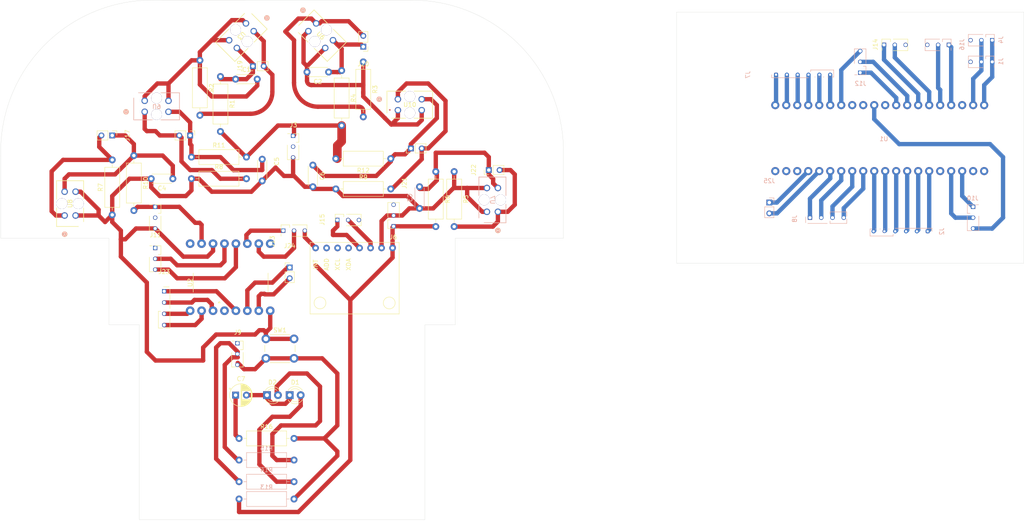
<source format=kicad_pcb>
(kicad_pcb (version 20240108) (generator "pcbnew") (generator_version "8.0")
  (layers (0 "F.Cu" signal) (31 "B.Cu" signal) (34 "B.Paste" user) (35 "F.Paste" user) (36 "B.SilkS" user "B.Silkscreen") (37 "F.SilkS" user "F.Silkscreen") (38 "B.Mask" user) (39 "F.Mask" user) (44 "Edge.Cuts" user))
  (net 0 "")
  (net 1 "GND")
  (net 2 "IR_1_TSTR")
  (net 3 "IR_2_TSTR")
  (net 4 "IR_3_TSTR")
  (net 5 "IR_5_TSTR")
  (net 6 "IR_6_TSTR")
  (net 7 "Net-(C7-Pad1)")
  (net 8 "Net-(D1-A)")
  (net 9 "Net-(D2-A)")
  (net 10 "+3V3")
  (net 11 "IR_1_LED")
  (net 12 "IR_2_LED")
  (net 13 "IR_3_LED")
  (net 14 "IR_4_LED")
  (net 15 "IR_5_LED")
  (net 16 "IR_6_LED")
  (net 17 "CTRL_PBTN")
  (net 18 "IND_LED_1")
  (net 19 "IND_LED_2")
  (net 21 "DRV_8833_MOTOR_1_IN_1")
  (net 22 "DRV_8833_MOTOR_2_IN_1")
  (net 24 "MOTOR_2_EN_C2")
  (net 26 "MPU_6050_TOF_SDA")
  (net 28 "DRV_8833_MOTOR_2_IN_2")
  (net 29 "MOTOR_1_EN_C2")
  (net 30 "DRV_8833_MOTOR_1_IN_2")
  (net 33 "MPU_6050_TOF_SCL")
  (net 35 "MOTOR_2_EN_C1")
  (net 36 "MOTOR_1_EN_C1")
  (net 38 "IR_4_TSTR")
  (net 39 "MPU_6050_INT")
  (net 40 "DRV_8833_MOTOR_1_OUT_1")
  (net 41 "DRV_8833_MOTOR_2_OUT_2")
  (net 42 "DRV_8833_MOTOR_1_OUT_2")
  (net 43 "DRV_8833_MOTOR_2_OUT_1")
  (net 54 "PWM A")
  (net 55 "PWM B")
  (footprint "Package_SO:TSSOP-16_4.4x5mm_P0.65mm" (layer "F.Cu") (at 84 118 90)
    (property "Reference" "U2")
    (property "Value" "DRV8833PW")
  )
  (footprint "Connector_PinSocket_1.27mm:PinSocket_1x03_P1.27mm_Vertical" (layer "F.Cu") (at 67 112)
    (property "Reference" "J11")
    (property "Value" "Conn_01x03_Pin")
  )
  (footprint "Capacitor_THT:C_Disc_D4.3mm_W1.9mm_P5.00mm" (layer "F.Cu") (at 103.35 90.860962 -90)
    (property "Reference" "C6")
    (property "Value" "0.1u")
  )
  (footprint "Capacitor_THT:C_Disc_D4.3mm_W1.9mm_P5.00mm" (layer "F.Cu") (at 71 94 180)
    (property "Reference" "C4")
    (property "Value" "0.1u")
  )
  (footprint "Resistor_THT:R_Axial_DIN0309_L9.0mm_D3.2mm_P12.70mm_Horizontal" (layer "F.Cu") (at 77.25 66.65 -90)
    (property "Reference" "R2")
    (property "Value" "180")
  )
  (footprint "Resistor_THT:R_Axial_DIN0309_L9.0mm_D3.2mm_P12.70mm_Horizontal" (layer "F.Cu") (at 121.35 89.360962 180)
    (property "Reference" "R12")
    (property "Value" "1k")
  )
  (footprint "Resistor_THT:R_Axial_DIN0309_L9.0mm_D3.2mm_P12.70mm_Horizontal" (layer "F.Cu") (at 115 67.010963 -90)
    (property "Reference" "R3")
    (property "Value" "180")
  )
  (footprint "Resistor_THT:R_Axial_DIN0309_L9.0mm_D3.2mm_P12.70mm_Horizontal" (layer "F.Cu") (at 86.3 154)
    (property "Reference" "R16")
    (property "Value" "1k")
  )
  (footprint "Connector_PinSocket_1.27mm:PinSocket_1x03_P1.27mm_Vertical" (layer "F.Cu") (at 237.802382 63 90)
    (property "Reference" "J14")
    (property "Value" "Conn_01x03_Socket")
  )
  (footprint "Resistor_THT:R_Axial_DIN0309_L9.0mm_D3.2mm_P12.70mm_Horizontal" (layer "F.Cu") (at 75.3 94)
    (property "Reference" "R8")
    (property "Value" "180")
  )
  (footprint "usini_sensors:module_mpu6050" (layer "F.Cu") (at 103.983 110 -90)
    (property "Reference" "U5" (hide yes))
    (property "Value" "module_mpu6050")
  )
  (footprint "Resistor_THT:R_Axial_DIN0309_L9.0mm_D3.2mm_P12.70mm_Horizontal" (layer "F.Cu") (at 75.3 89)
    (property "Reference" "R11")
    (property "Value" "1k")
  )
  (footprint "Resistor_THT:R_Axial_DIN0309_L9.0mm_D3.2mm_P12.70mm_Horizontal" (layer "F.Cu") (at 110 69.010963 -90)
    (property "Reference" "R4")
    (property "Value" "1k")
  )
  (footprint "Capacitor_THT:CP_Radial_D5.0mm_P2.50mm" (layer "F.Cu") (at 85.5 144)
    (property "Reference" "C7")
    (property "Value" "1u")
  )
  (footprint "Connector_PinSocket_1.27mm:PinSocket_1x03_P1.27mm_Vertical" (layer "F.Cu") (at 111 103.46 90)
    (property "Reference" "J15")
    (property "Value" "Conn_01x03_Pin")
  )
  (footprint "Capacitor_THT:C_Disc_D4.3mm_W1.9mm_P5.00mm" (layer "F.Cu") (at 107 69.360962 180)
    (property "Reference" "C2")
    (property "Value" "0.1u")
  )
  (footprint "Capacitor_THT:C_Disc_D4.3mm_W1.9mm_P5.00mm" (layer "F.Cu") (at 85.5 71)
    (property "Reference" "C1")
    (property "Value" "0.1u")
  )
  (footprint "LED_THT:LED_D3.0mm_FlatTop" (layer "F.Cu") (at 92.75 144)
    (property "Reference" "D2")
    (property "Value" "LED")
  )
  (footprint "Connector_PinHeader_2.00mm:PinHeader_1x02_P2.00mm_Vertical" (layer "F.Cu") (at 90 68 90)
    (property "Reference" "J19")
    (property "Value" "Conn_01x02_Pin")
  )
  (footprint "Connector_PinHeader_2.00mm:PinHeader_1x02_P2.00mm_Vertical" (layer "F.Cu") (at 98 117)
    (property "Reference" "J24")
    (property "Value" "Conn_01x02_Pin")
  )
  (footprint "Connector_PinSocket_1.27mm:PinSocket_1x04_P1.27mm_Vertical" (layer "F.Cu") (at 69 124)
    (property "Reference" "J23")
    (property "Value" "Conn_01x04_Pin")
  )
  (footprint "Connector_PinHeader_2.00mm:PinHeader_1x02_P2.00mm_Vertical" (layer "F.Cu") (at 145 92 90)
    (property "Reference" "J22")
    (property "Value" "Conn_01x02_Pin")
  )
  (footprint "Resistor_THT:R_Axial_DIN0309_L9.0mm_D3.2mm_P12.70mm_Horizontal" (layer "F.Cu") (at 136 92.360962 -90)
    (property "Reference" "R5")
    (property "Value" "180")
  )
  (footprint "footprints:TCRT5000_VIS" (layer "F.Cu") (at 89.685138 59.906965 -135)
    (property "Reference" "U3")
    (property "Value" "TCRT5000")
  )
  (footprint "Resistor_THT:R_Axial_DIN0309_L9.0mm_D3.2mm_P12.70mm_Horizontal" (layer "F.Cu") (at 57 102.35 90)
    (property "Reference" "R7")
    (property "Value" "180")
  )
  (footprint "Connector_PinSocket_1.27mm:PinSocket_1x03_P1.27mm_Vertical" (layer "F.Cu") (at 98.860865 86.090962)
    (property "Reference" "J3")
    (property "Value" "Conn_01x03_Pin")
  )
  (footprint "footprints:TCRT5000_VIS" (layer "F.Cu") (at 104.110913 58.110913 -45)
    (property "Reference" "U6")
    (property "Value" "TCRT5000")
  )
  (footprint "Resistor_THT:R_Axial_DIN0309_L9.0mm_D3.2mm_P12.70mm_Horizontal" (layer "F.Cu") (at 62 88.650001 -90)
    (property "Reference" "R10")
    (property "Value" "1k")
  )
  (footprint "Connector_PinHeader_2.00mm:PinHeader_1x02_P2.00mm_Vertical" (layer "F.Cu") (at 115 63 180)
    (property "Reference" "J20")
    (property "Value" "Conn_01x02_Pin")
  )
  (footprint "Connector_PinSocket_1.27mm:PinSocket_1x03_P1.27mm_Vertical" (layer "F.Cu") (at 98 106 90)
    (property "Reference" "J13")
    (property "Value" "Conn_01x03_Pin")
  )
  (footprint "Connector_PinSocket_1.27mm:PinSocket_1x03_P1.27mm_Vertical" (layer "F.Cu") (at 121.922469 102.5 180)
    (property "Reference" "J6")
    (property "Value" "Conn_01x03_Pin")
  )
  (footprint "Connector_PinSocket_1.27mm:PinSocket_1x03_P1.27mm_Vertical" (layer "F.Cu") (at 86 134)
    (property "Reference" "J9")
    (property "Value" "Conn_01x03_Pin")
  )
  (footprint "Connector_PinSocket_1.27mm:PinSocket_1x03_P1.27mm_Vertical" (layer "F.Cu") (at 67 103)
    (property "Reference" "J5" (hide yes))
    (property "Value" "Conn_01x03_Pin")
  )
  (footprint "Capacitor_THT:C_Disc_D4.3mm_W1.9mm_P5.00mm" (layer "F.Cu") (at 91.65 89.5 -90)
    (property "Reference" "C5")
    (property "Value" "0.1u")
  )
  (footprint "LED_THT:LED_D3.0mm_FlatTop" (layer "F.Cu") (at 98 144)
    (property "Reference" "D1")
    (property "Value" "LED")
  )
  (footprint "Button_Switch_THT:SW_PUSH_6mm" (layer "F.Cu") (at 92.5 131)
    (property "Reference" "SW1")
    (property "Value" "SW_Push")
  )
  (footprint "Connector_PinHeader_2.00mm:PinHeader_1x02_P2.00mm_Vertical" (layer "F.Cu") (at 75 84 -90)
    (property "Reference" "J18" (hide yes))
    (property "Value" "Conn_01x02_Pin")
  )
  (footprint "footprints:TCRT5000_VIS" (layer "F.Cu") (at 123 75.629999)
    (property "Reference" "U10")
    (property "Value" "TCRT5000")
  )
  (footprint "Resistor_THT:R_Axial_DIN0309_L9.0mm_D3.2mm_P12.70mm_Horizontal" (layer "F.Cu") (at 108.65 96.360962)
    (property "Reference" "R9")
    (property "Value" "180")
  )
  (footprint "Connector_PinHeader_2.00mm:PinHeader_1x02_P2.00mm_Vertical" (layer "F.Cu") (at 126.999999 87 90)
    (property "Reference" "J21")
    (property "Value" "Conn_01x02_Pin")
  )
  (footprint "footprints:TCRT5000_VIS" (layer "F.Cu") (at 46 102.499999 90)
    (property "Reference" "U8")
    (property "Value" "TCRT5000")
  )
  (footprint "Connector_PinHeader_2.00mm:PinHeader_1x02_P2.00mm_Vertical" (layer "F.Cu") (at 57 84 -90)
    (property "Reference" "J17")
    (property "Value" "Conn_01x02_Pin")
  )
  (footprint "Resistor_THT:R_Axial_DIN0309_L9.0mm_D3.2mm_P12.70mm_Horizontal" (layer "F.Cu") (at 131.75 92.360961 -90)
    (property "Reference" "R6")
    (property "Value" "1k")
  )
  (footprint "Resistor_THT:R_Axial_DIN0309_L9.0mm_D3.2mm_P12.70mm_Horizontal" (layer "F.Cu") (at 82 70.4 -90)
    (property "Reference" "R1")
    (property "Value" "1k")
  )
  (footprint "Connector_PinSocket_1.27mm:PinSocket_1x03_P1.27mm_Vertical" (layer "B.Cu") (at 255.802382 103 180)
    (property "Reference" "J10")
    (property "Value" "Conn_01x03_Socket")
  )
  (footprint "kicad_blackpill-main:BlackPill_STLINK" (layer "B.Cu") (at 235.282382 84.747 -90)
    (property "Reference" "U1")
    (property "Value" "BlackPill_STLINK")
  )
  (footprint "Connector_PinHeader_2.00mm:PinHeader_1x02_P2.00mm_Vertical" (layer "B.Cu") (at 208.802382 101 180)
    (property "Reference" "J25")
    (property "Value" "Conn_01x02_Pin")
  )
  (footprint "Connector_PinSocket_1.27mm:PinSocket_1x04_P1.27mm_Vertical" (layer "B.Cu") (at 222.649049 103.25 -90)
    (property "Reference" "J8")
    (property "Value" "Conn_01x04_Pin")
  )
  (footprint "footprints:TCRT5000_VIS" (layer "B.Cu") (at 146.1024 101.6451 90)
    (property "Reference" "U7")
    (property "Value" "TCRT5000")
  )
  (footprint "Connector_PinSocket_1.00mm:PinSocket_1x06_P1.00mm_Vertical" (layer "B.Cu") (at 217.863113 69.97619 -90)
    (property "Reference" "J7")
    (property "Value" "Conn_01x06_Pin")
  )
  (footprint "Resistor_THT:R_Axial_DIN0309_L9.0mm_D3.2mm_P12.70mm_Horizontal" (layer "B.Cu") (at 99 164 180)
    (property "Reference" "R14")
    (property "Value" "1k")
  )
  (footprint "Connector_PinSocket_1.00mm:PinSocket_1x06_P1.00mm_Vertical" (layer "B.Cu") (at 237.648003 106.178434 90)
    (property "Reference" "J2")
    (property "Value" "Conn_01x06_Pin")
  )
  (footprint "Connector_PinSocket_1.27mm:PinSocket_1x03_P1.27mm_Vertical" (layer "B.Cu") (at 258.302382 61.922469 90)
    (property "Reference" "J4")
    (property "Value" "Conn_01x03_Socket")
  )
  (footprint "Capacitor_THT:C_Disc_D4.3mm_W1.9mm_P5.00mm" (layer "B.Cu") (at 128 95.860962 -90)
    (property "Reference" "C3")
    (property "Value" "0.1u")
  )
  (footprint "Resistor_THT:R_Axial_DIN0309_L9.0mm_D3.2mm_P12.70mm_Horizontal" (layer "B.Cu") (at 99 159 180)
    (property "Reference" "R15")
    (property "Value" "1k")
  )
  (footprint "Connector_PinSocket_1.27mm:PinSocket_1x03_P1.27mm_Vertical" (layer "B.Cu") (at 229.879913 67)
    (property "Reference" "J12")
    (property "Value" "Conn_01x03_Socket")
  )
  (footprint "footprints:TCRT5000_VIS" (layer "B.Cu") (at 64.500001 78.54)
    (property "Reference" "U9")
    (property "Value" "TCRT5000")
  )
  (footprint "Resistor_THT:R_Axial_DIN0309_L9.0mm_D3.2mm_P12.70mm_Horizontal" (layer "B.Cu") (at 99 168 180)
    (property "Reference" "R13")
    (property "Value" "10k")
  )
  (footprint "Connector_PinSocket_1.27mm:PinSocket_1x03_P1.27mm_Vertical" (layer "B.Cu") (at 247.802382 63 90)
    (property "Reference" "J16")
    (property "Value" "Conn_01x03_Socket")
  )
  (footprint "Connector_PinSocket_1.27mm:PinSocket_1x03_P1.27mm_Vertical" (layer "B.Cu") (at 258.302382 66.922469 90)
    (property "Reference" "J1")
    (property "Value" "Conn_01x03_Pin")
  )
  (gr_line (start 56.25 107.75) (end 31.25 107.75) (stroke (width 0.05)) (layer "Edge.Cuts"))
  (gr_line (start 63.25 172.75) (end 63.25 127.75) (stroke (width 0.05)) (layer "Edge.Cuts"))
  (gr_line (start 161.25 107.75) (end 161.25 87.25) (stroke (width 0.05)) (layer "Edge.Cuts"))
  (gr_line (start 63.25 127.75) (end 56.25 127.75) (stroke (width 0.05)) (layer "Edge.Cuts"))
  (gr_line (start 129.25 172.75) (end 129.25 127.75) (stroke (width 0.05)) (layer "Edge.Cuts"))
  (gr_line (start 136.25 127.75) (end 136.25 107.75) (stroke (width 0.05)) (layer "Edge.Cuts"))
  (gr_line (start 56.25 127.75) (end 56.25 107.75) (stroke (width 0.05)) (layer "Edge.Cuts"))
  (gr_line (start 31.25 107.75) (end 31.25 88.75) (stroke (width 0.05)) (layer "Edge.Cuts"))
  (gr_rect (start 187.375 55.5) (end 267.625 113.5) (stroke (width 0.05)) (fill none) (layer "Edge.Cuts"))
  (gr_line (start 126.25 52.746429) (end 66.25 52.735718) (stroke (width 0.05)) (layer "Edge.Cuts"))
  (gr_line (start 136.25 107.75) (end 161.25 107.75) (stroke (width 0.05)) (layer "Edge.Cuts"))
  (gr_arc (start 126.25 52.746429) (mid 150.82385 62.822588) (end 161.25 87.25) (stroke (width 0.05)) (layer "Edge.Cuts"))
  (gr_arc (start 31.250001 88.75) (mid 41.140099 63.347278) (end 66.25 52.735718) (stroke (width 0.05)) (layer "Edge.Cuts"))
  (gr_line (start 129.25 127.75) (end 136.25 127.75) (stroke (width 0.05)) (layer "Edge.Cuts"))
  (gr_line (start 129.25 172.75) (end 63.25 172.75) (stroke (width 0.05)) (layer "Edge.Cuts"))
  (segment (start 65 118) (end 59 112) (width 1) (layer "F.Cu") (net 1))
  (segment (start 92 129) (end 91 129) (width 1) (layer "F.Cu") (net 1))
  (segment (start 55.35 104) (end 57 102.35) (width 1) (layer "F.Cu") (net 1))
  (segment (start 66 96) (end 66 94) (width 1) (layer "F.Cu") (net 1))
  (segment (start 99 93.360962) (end 98.783334 93.144296) (width 1) (layer "F.Cu") (net 1))
  (segment (start 139 96.145101) (end 143.5624 96.145101) (width 1) (layer "F.Cu") (net 1))
  (segment (start 75.3 96.7) (end 74 98) (width 1) (layer "F.Cu") (net 1))
  (segment (start 119.223 110) (end 119.223 103.777) (width 1) (layer "F.Cu") (net 1))
  (segment (start 62.5 105.5) (end 66.922469 105.5) (width 1) (layer "F.Cu") (net 1))
  (segment (start 67 136) (end 65 134) (width 1) (layer "F.Cu") (net 1))
  (segment (start 115 72.360962) (end 115 74) (width 1) (layer "F.Cu") (net 1))
  (segment (start 125.139038 98) (end 128 100.860962) (width 1) (layer "F.Cu") (net 1))
  (segment (start 115 74) (end 115 75.01112) (width 1) (layer "F.Cu") (net 1))
  (segment (start 93.499999 124.5) (end 93.499999 128.500001) (width 1) (layer "F.Cu") (net 1))
  (segment (start 120.5 102.5) (end 122 102.5) (width 1) (layer "F.Cu") (net 1))
  (segment (start 67.440331 72) (end 64.500001 74.94033) (width 1) (layer "F.Cu") (net 1))
  (segment (start 74 98) (end 68 98) (width 1) (layer "F.Cu") (net 1))
  (segment (start 80 97) (end 89.15 97) (width 1) (layer "F.Cu") (net 1))
  (segment (start 102 69.360962) (end 102 71.360962) (width 1) (layer "F.Cu") (net 1))
  (segment (start 99 93.360962) (end 96.67576 93.360962) (width 1) (layer "F.Cu") (net 1))
  (segment (start 66.922469 105.5) (end 73.422469 112) (width 1) (layer "F.Cu") (net 1))
  (segment (start 61 94) (end 66 94) (width 1) (layer "F.Cu") (net 1))
  (segment (start 122.404701 80.595299) (end 123 80) (width 1) (layer "F.Cu") (net 1))
  (segment (start 91 129) (end 90 130) (width 1) (layer "F.Cu") (net 1))
  (segment (start 128 100.860962) (end 131.139038 100.860962) (width 1) (layer "F.Cu") (net 1))
  (segment (start 70 72) (end 67.440331 72) (width 1) (layer "F.Cu") (net 1))
  (segment (start 103.35 95.860962) (end 103.35 96.360962) (width 0.2) (layer "F.Cu") (net 1))
  (segment (start 81 130) (end 78 133) (width 1) (layer "F.Cu") (net 1))
  (segment (start 90.75 71) (end 90.5 71) (width 1) (layer "F.Cu") (net 1))
  (segment (start 98 145) (end 98 144) (width 1) (layer "F.Cu") (net 1))
  (segment (start 55.35 104) (end 53.849999 102.499999) (width 1) (layer "F.Cu") (net 1))
  (segment (start 92.5 131) (end 99 131) (width 1) (layer "F.Cu") (net 1))
  (segment (start 92.5 129.5) (end 92 129) (width 1) (layer "F.Cu") (net 1))
  (segment (start 136.145101 96.145101) (end 139 96.145101) (width 1) (layer "F.Cu") (net 1))
  (segment (start 96.67576 93.360962) (end 94.732399 91.417601) (width 1) (layer "F.Cu") (net 1))
  (segment (start 125.639038 100.860962) (end 128 100.860962) (width 1) (layer "F.Cu") (net 1))
  (segment (start 58.73 105.73) (end 57 104) (width 1) (layer "F.Cu") (net 1))
  (segment (start 136 96) (end 136 92.360962) (width 1) (layer "F.Cu") (net 1))
  (segment (start 121.531238 81.468762) (end 127.497056 81.468762) (width 1) (layer "F.Cu") (net 1))
  (segment (start 77.25 66.65) (end 75.35 66.65) (width 1) (layer "F.Cu") (net 1))
  (segment (start 101.200001 67.2) (end 101.200001 61.021825) (width 1) (layer "F.Cu") (net 1))
  (segment (start 136 96) (end 136.145101 96.145101) (width 1) (layer "F.Cu") (net 1))
  (segment (start 88 75) (end 80 75) (width 1) (layer "F.Cu") (net 1))
  (segment (start 59 112) (end 59 108) (width 1) (layer "F.Cu") (net 1))
  (segment (start 128.499999 80.465819) (end 128.499999 78.169999) (width 1) (layer "F.Cu") (net 1))
  (segment (start 131.139038 100.860962) (end 136 96) (width 1) (layer "F.Cu") (net 1))
  (segment (start 91.65 94.5) (end 94.732399 91.417601) (width 1) (layer "F.Cu") (net 1))
  (segment (start 84.638386 57.361614) (end 87.139787 57.361614) (width 1) (layer "F.Cu") (net 1))
  (segment (start 77.25 66.65) (end 77.25 64.75) (width 1) (layer "F.Cu") (net 1))
  (segment (start 90 130) (end 81 130) (width 1) (layer "F.Cu") (net 1))
  (segment (start 102 67.999999) (end 101.200001 67.2) (width 1) (layer "F.Cu") (net 1))
  (segment (start 98.783334 93.144296) (end 98.783334 89.090962) (width 1) (layer "F.Cu") (net 1))
  (segment (start 139 98.14237) (end 142.50273 101.6451) (width 1) (layer "F.Cu") (net 1))
  (segment (start 53.849999 102.499999) (end 53.849999 101.150001) (width 1) (layer "F.Cu") (net 1))
  (segment (start 115 74) (end 115 74.360962) (width 1) (layer "F.Cu") (net 1))
  (segment (start 90.5 71) (end 90.5 72.5) (width 1) (layer "F.Cu") (net 1))
  (segment (start 78 136) (end 67 136) (width 1) (layer "F.Cu") (net 1))
  (segment (start 75.35 66.65) (end 70 72) (width 1) (layer "F.Cu") (net 1))
  (segment (start 102 67.999999) (end 106.203948 63.796051) (width 1) (layer "F.Cu") (net 1))
  (segment (start 73.422469 112) (end 79 112) (width 1) (layer "F.Cu") (net 1))
  (segment (start 139 96.145101) (end 139 98.14237) (width 1) (layer "F.Cu") (net 1))
  (segment (start 103 72.360962) (end 115 72.360962) (width 1) (layer "F.Cu") (net 1))
  (segment (start 59 108) (end 59 106) (width 1) (layer "F.Cu") (net 1))
  (segment (start 68 98) (end 66 96) (width 1) (layer "F.Cu") (net 1))
  (segment (start 77.25 72.25) (end 77.25 66.65) (width 1) (layer "F.Cu") (net 1))
  (segment (start 75.3 94) (end 77 94) (width 1) (layer "F.Cu") (net 1))
  (segment (start 123 80) (end 123 78.169999) (width 1) (layer "F.Cu") (net 1))
  (segment (start 121.457642 81.468762) (end 121.531238 81.468762) (width 1) (layer "F.Cu") (net 1))
  (segment (start 92.75 144.75) (end 94 146) (width 1) (layer "F.Cu") (net 1))
  (segment (start 49.699998 97) (end 48.54 97) (width 1) (layer "F.Cu") (net 1))
  (segment (start 78 133) (end 78 136) (width 1) (layer "F.Cu") (net 1))
  (segment (start 110.289038 98) (end 125.139038 98) (width 1) (layer "F.Cu") (net 1))
  (segment (start 124 102.5) (end 125.639038 100.860962) (width 1) (layer "F.Cu") (net 1))
  (segment (start 127.497056 81.468762) (end 128.499999 80.465819) (width 1) (layer "F.Cu") (net 1))
  (segment (start 119.98888 80) (end 120 80) (width 1) (layer "F.Cu") (net 1))
  (segment (start 57 102.35) (end 57 98) (width 1) (layer "F.Cu") (net 1))
  (segment (start 53.849999 101.150001) (end 49.699998 97) (width 1) (layer "F.Cu") (net 1))
  (segment (start 108.65 96.360962) (end 110.289038 98) (width 1) (layer "F.Cu") (net 1))
  (segment (start 119.223 103.777) (end 120.5 102.5) (width 1) (layer "F.Cu") (net 1))
  (segment (start 53.849999 102.499999) (end 48.54 102.499999) (width 1) (layer "F.Cu") (net 1))
  (segment (start 101.5 95.860962) (end 103.35 95.860962) (width 1) (layer "F.Cu") (net 1))
  (segment (start 80 75) (end 77.25 72.25) (width 1) (layer "F.Cu") (net 1))
  (segment (start 92.75 144) (end 92.75 144.75) (width 1) (layer "F.Cu") (net 1))
  (segment (start 90.5 72.5) (end 88 75) (width 1) (layer "F.Cu") (net 1))
  (segment (start 122.404701 80.595299) (end 121.531238 81.468762) (width 1) (layer "F.Cu") (net 1))
  (segment (start 60 108) (end 62.5 105.5) (width 1) (layer "F.Cu") (net 1))
  (segment (start 102 69.360962) (end 102 67.999999) (width 1) (layer "F.Cu") (net 1))
  (segment (start 65 134) (end 65 118) (width 1) (layer "F.Cu") (net 1))
  (segment (start 94 146) (end 97 146) (width 1) (layer "F.Cu") (net 1))
  (segment (start 87.139787 57.361614) (end 87.889087 58.110914) (width 1) (layer "F.Cu") (net 1))
  (segment (start 97 146) (end 98 145) (width 1) (layer "F.Cu") (net 1))
  (segment (start 93.499999 128.500001) (end 92.5 129.5) (width 1) (layer "F.Cu") (net 1))
  (segment (start 79 112) (end 80.285714 110.714286) (width 1) (layer "F.Cu") (net 1))
  (segment (start 77 94) (end 80 97) (width 1) (layer "F.Cu") (net 1))
  (segment (start 115 75.01112) (end 119.98888 80) (width 1) (layer "F.Cu") (net 1))
  (segment (start 59 108) (end 60 108) (width 1) (layer "F.Cu") (net 1))
  (segment (start 92.5 131) (end 92.5 129.5) (width 1) (layer "F.Cu") (net 1))
  (segment (start 142.50273 101.6451) (end 143.5624 101.6451) (width 1) (layer "F.Cu") (net 1))
  (segment (start 101.200001 61.021825) (end 102.314862 59.906964) (width 1) (layer "F.Cu") (net 1))
  (segment (start 57 104) (end 57 102.35) (width 1) (layer "F.Cu") (net 1))
  (segment (start 89.15 97) (end 91.65 94.5) (width 1) (layer "F.Cu") (net 1))
  (segment (start 119.98888 80) (end 121.457642 81.468762) (width 1) (layer "F.Cu") (net 1))
  (segment (start 75.3 94) (end 75.3 96.7) (width 1) (layer "F.Cu") (net 1))
  (segment (start 77.25 64.75) (end 80 62) (width 1) (layer "F.Cu") (net 1))
  (segment (start 103.35 96.360962) (end 108.65 96.360962) (width 1) (layer "F.Cu") (net 1))
  (segment (start 80 62) (end 84 62) (width 1) (layer "F.Cu") (net 1))
  (segment (start 64.500001 74.94033) (end 64.500001 76) (width 1) (layer "F.Cu") (net 1))
  (segment (start 122 102.5) (end 124 102.5) (width 1) (layer "F.Cu") (net 1))
  (segment (start 115 72.360962) (end 115 67.010963) (width 1) (layer "F.Cu") (net 1))
  (segment (start 80.285714 110.714286) (end 80.285714 109) (width 1) (layer "F.Cu") (net 1))
  (segment (start 70 72) (end 70 76) (width 1) (layer "F.Cu") (net 1))
  (segment (start 99 93.360962) (end 101.5 95.860962) (width 1) (layer "F.Cu") (net 1))
  (segment (start 121 78.110913) (end 121.250049 78.110913) (width 0.2) (layer "F.Cu") (net 1))
  (segment (start 59 106) (end 58.73 105.73) (width 1) (layer "F.Cu") (net 1))
  (segment (start 88 144) (end 92.75 144) (width 1) (layer "F.Cu") (net 1))
  (segment (start 57 98) (end 61 94) (width 1) (layer "F.Cu") (net 1))
  (segment (start 80 62) (end 84.638386 57.361614) (width 1) (layer "F.Cu") (net 1))
  (arc (start 102 71.360962) (mid 102.292893 72.068069) (end 103 72.360962) (width 1) (layer "F.Cu") (net 1))
  (segment (start 257.802382 67) (end 257.802382 62) (width 1) (layer "B.Cu") (net 1))
  (segment (start 257.802382 69) (end 257.802382 67) (width 1) (layer "B.Cu") (net 1))
  (segment (start 255.902382 70.9) (end 257.802382 69) (width 1) (layer "B.Cu") (net 1))
  (segment (start 255.902382 70.9) (end 255.902382 77) (width 1) (layer "B.Cu") (net 1))
  (segment (start 89.5 69.5) (end 89.5 67.500001) (width 1) (layer "F.Cu") (net 2))
  (segment (start 88 71) (end 89.5 69.5) (width 1) (layer "F.Cu") (net 2))
  (segment (start 85.5 71) (end 88 71) (width 1) (layer "F.Cu") (net 2))
  (segment (start 82 70.4) (end 82 71) (width 0.2) (layer "F.Cu") (net 2))
  (segment (start 89.5 67.500001) (end 85.796051 63.796052) (width 1) (layer "F.Cu") (net 2))
  (segment (start 82 71) (end 85.5 71) (width 1) (layer "F.Cu") (net 2))
  (segment (start 245.742382 105.794055) (end 245.398003 106.138434) (width 1) (layer "B.Cu") (net 2))
  (segment (start 245.742382 92.24) (end 245.742382 105.794055) (width 1) (layer "B.Cu") (net 2))
  (segment (start 110 69.360962) (end 110 69.010963) (width 0.2) (layer "F.Cu") (net 3))
  (segment (start 109 63) (end 114.5 63) (width 1) (layer "F.Cu") (net 3))
  (segment (start 108 62) (end 109 63) (width 0.2) (layer "F.Cu") (net 3))
  (segment (start 109 69.360962) (end 109.650001 69.360962) (width 1) (layer "F.Cu") (net 3))
  (segment (start 107 69.360962) (end 109 69.360962) (width 1) (layer "F.Cu") (net 3))
  (segment (start 110 69.010963) (end 110 64) (width 1) (layer "F.Cu") (net 3))
  (segment (start 110 64) (end 108 62) (width 1) (layer "F.Cu") (net 3))
  (segment (start 114.5 63) (end 115 63.5) (width 1) (layer "F.Cu") (net 3))
  (segment (start 109.650001 69.360962) (end 110 69.010963) (width 1) (layer "F.Cu") (net 3))
  (segment (start 243.202382 105.834055) (end 242.898003 106.138434) (width 1) (layer "B.Cu") (net 3))
  (segment (start 243.202382 92.24) (end 243.202382 105.834055) (width 1) (layer "B.Cu") (net 3))
  (segment (start 144 89) (end 143 88) (width 1) (layer "F.Cu") (net 4))
  (segment (start 131.75 88) (end 131.75 92.360961) (width 1) (layer "F.Cu") (net 4))
  (segment (start 145 94.042701) (end 144 93.042701) (width 1) (layer "F.Cu") (net 4))
  (segment (start 130 96.360962) (end 132 94.360962) (width 1) (layer "F.Cu") (net 4))
  (segment (start 144 92) (end 144 89) (width 1) (layer "F.Cu") (net 4))
  (segment (start 128 95.860962) (end 128 96.360962) (width 0.2) (layer "F.Cu") (net 4))
  (segment (start 146.1024 96.145101) (end 145 95.042701) (width 1) (layer "F.Cu") (net 4))
  (segment (start 132 94.360962) (end 132 92.360961) (width 1) (layer "F.Cu") (net 4))
  (segment (start 145 95.042701) (end 145 94.042701) (width 1) (layer "F.Cu") (net 4))
  (segment (start 143 88) (end 131.75 88) (width 1) (layer "F.Cu") (net 4))
  (segment (start 128 96.360962) (end 130 96.360962) (width 1) (layer "F.Cu") (net 4))
  (segment (start 132 92.360961) (end 131.75 92.360961) (width 0.2) (layer "F.Cu") (net 4))
  (segment (start 144 93.042701) (end 144 92) (width 1) (layer "F.Cu") (net 4))
  (segment (start 240.662382 92.24) (end 240.662382 105.874055) (width 1) (layer "B.Cu") (net 4))
  (segment (start 240.662382 105.874055) (end 240.398003 106.138434) (width 1) (layer "B.Cu") (net 4))
  (segment (start 82 89) (end 75.3 89) (width 1) (layer "F.Cu") (net 5))
  (segment (start 85 92) (end 82 89) (width 1) (layer "F.Cu") (net 5))
  (segment (start 75 81) (end 72.54 78.54) (width 1) (layer "F.Cu") (net 5))
  (segment (start 72.54 78.54) (end 70.000001 78.54) (width 1) (layer "F.Cu") (net 5))
  (segment (start 91.65 89.5) (end 91.65 92) (width 1) (layer "F.Cu") (net 5))
  (segment (start 75.3 86.3) (end 75 86) (width 1) (layer "F.Cu") (net 5))
  (segment (start 75 84) (end 75 81) (width 1) (layer "F.Cu") (net 5))
  (segment (start 75.3 89) (end 75.3 86.3) (width 1) (layer "F.Cu") (net 5))
  (segment (start 75 86) (end 75 84) (width 1) (layer "F.Cu") (net 5))
  (segment (start 91.65 92) (end 85 92) (width 1) (layer "F.Cu") (net 5))
  (segment (start 235.582382 105.954055) (end 235.398003 106.138434) (width 0.2) (layer "B.Cu") (net 5))
  (segment (start 235.582382 92.24) (end 235.582382 105.954055) (width 1) (layer "B.Cu") (net 5))
  (segment (start 121.35 90.010962) (end 118 93.360962) (width 1) (layer "F.Cu") (net 6))
  (segment (start 124.639037 88.360962) (end 125.999999 87) (width 1) (layer "F.Cu") (net 6))
  (segment (start 130.629999 75.629999) (end 128.5 75.629999) (width 1) (layer "F.Cu") (net 6))
  (segment (start 132 80) (end 132 77) (width 1) (layer "F.Cu") (net 6))
  (segment (start 105.85 93.360962) (end 103.35 90.860962) (width 1) (layer "F.Cu") (net 6))
  (segment (start 122.35 88.360962) (end 124.639037 88.360962) (width 1) (layer "F.Cu") (net 6))
  (segment (start 118 93.360962) (end 105.85 93.360962) (width 1) (layer "F.Cu") (net 6))
  (segment (start 121.35 89.360962) (end 122.35 88.360962) (width 1) (layer "F.Cu") (net 6))
  (segment (start 125.999999 86.000001) (end 132 80) (width 1) (layer "F.Cu") (net 6))
  (segment (start 132 77) (end 130.629999 75.629999) (width 1) (layer "F.Cu") (net 6))
  (segment (start 125.999999 87) (end 125.999999 86.000001) (width 1) (layer "F.Cu") (net 6))
  (segment (start 121.35 89.360962) (end 121.35 90.010962) (width 1) (layer "F.Cu") (net 6))
  (segment (start 233.042382 92.24) (end 233.042382 105.994055) (width 1) (layer "B.Cu") (net 6))
  (segment (start 233.042382 105.994055) (end 232.898003 106.138434) (width 1) (layer "B.Cu") (net 6))
  (segment (start 85.5 144) (end 85.5 153.2) (width 1) (layer "F.Cu") (net 7))
  (segment (start 85.5 153.2) (end 86.3 154) (width 1) (layer "F.Cu") (net 7))
  (segment (start 100.54 144) (end 100.54 146.46) (width 1) (layer "F.Cu") (net 8))
  (segment (start 100.54 146.46) (end 98 149) (width 1) (layer "F.Cu") (net 8))
  (segment (start 91 152) (end 91 160) (width 1) (layer "F.Cu") (net 8))
  (segment (start 98 149) (end 94 149) (width 1) (layer "F.Cu") (net 8))
  (segment (start 94 149) (end 91 152) (width 1) (layer "F.Cu") (net 8))
  (segment (start 95 164) (end 99 164) (width 1) (layer "F.Cu") (net 8))
  (segment (start 91 160) (end 95 164) (width 1) (layer "F.Cu") (net 8))
  (segment (start 99 159) (end 95 159) (width 1) (layer "F.Cu") (net 9))
  (segment (start 102 139) (end 98 139) (width 1) (layer "F.Cu") (net 9))
  (segment (start 95 142) (end 95 144) (width 1) (layer "F.Cu") (net 9))
  (segment (start 94 158) (end 94 153) (width 1) (layer "F.Cu") (net 9))
  (segment (start 104 151) (end 105 150) (width 1) (layer "F.Cu") (net 9))
  (segment (start 94 153) (end 96 151) (width 1) (layer "F.Cu") (net 9))
  (segment (start 95 144) (end 95.29 144) (width 0.2) (layer "F.Cu") (net 9))
  (segment (start 95 159) (end 94 158) (width 1) (layer "F.Cu") (net 9))
  (segment (start 98 139) (end 95 142) (width 1) (layer "F.Cu") (net 9))
  (segment (start 96 151) (end 104 151) (width 1) (layer "F.Cu") (net 9))
  (segment (start 105 150) (end 105 142) (width 1) (layer "F.Cu") (net 9))
  (segment (start 105 142) (end 102 139) (width 1) (layer "F.Cu") (net 9))
  (segment (start 90.909038 86.090962) (end 88 89) (width 1) (layer "F.Cu") (net 10))
  (segment (start 112 159) (end 112 122) (width 1) (layer "F.Cu") (net 10))
  (segment (start 86.3 171) (end 100 171) (width 1) (layer "F.Cu") (net 10))
  (segment (start 86.3 168) (end 86.3 171) (width 1) (layer "F.Cu") (net 10))
  (segment (start 95.289037 81.710963) (end 90.909038 86.090962) (width 1) (layer "F.Cu") (net 10))
  (segment (start 131.75 105.060961) (end 131.75 105.360962) (width 0.2) (layer "F.Cu") (net 10))
  (segment (start 121.763001 110) (end 121.763001 105.236999) (width 1) (layer "F.Cu") (net 10))
  (segment (start 99 83.874296) (end 98.783334 84.090962) (width 1) (layer "F.Cu") (net 10))
  (segment (start 131.689039 105) (end 131.75 105.060961) (width 1) (layer "F.Cu") (net 10))
  (segment (start 110 81.710963) (end 99 81.710963) (width 1) (layer "F.Cu") (net 10))
  (segment (start 122 109.763001) (end 121.763001 110) (width 1) (layer "F.Cu") (net 10))
  (segment (start 77.642857 104.642857) (end 77.642857 109) (width 1) (layer "F.Cu") (net 10))
  (segment (start 82 83.1) (end 87.9 89) (width 1) (layer "F.Cu") (net 10))
  (segment (start 77.19 104.19) (end 77.642857 104.642857) (width 1) (layer "F.Cu") (net 10))
  (segment (start 122 105) (end 131.689039 105) (width 1) (layer "F.Cu") (net 10))
  (segment (start 110 85.360962) (end 109 86.360962) (width 2) (layer "F.Cu") (net 10))
  (segment (start 62.850001 100.5) (end 62 101.350001) (width 1) (layer "F.Cu") (net 10))
  (segment (start 112 122) (end 104 114) (width 1) (layer "F.Cu") (net 10))
  (segment (start 100 171) (end 112 159) (width 1) (layer "F.Cu") (net 10))
  (segment (start 109 86.360962) (end 109 89.360962) (width 2) (layer "F.Cu") (net 10))
  (segment (start 121.763001 112.236999) (end 121.763001 110) (width 1) (layer "F.Cu") (net 10))
  (segment (start 109 89.360962) (end 108.65 89.360962) (width 0.2) (layer "F.Cu") (net 10))
  (segment (start 112 122) (end 121.763001 112.236999) (width 1) (layer "F.Cu") (net 10))
  (segment (start 110 81.710963) (end 110 85.360962) (width 2) (layer "F.Cu") (net 10))
  (segment (start 66.922469 100.5) (end 62.850001 100.5) (width 1) (layer "F.Cu") (net 10))
  (segment (start 99 81.710963) (end 95.289037 81.710963) (width 1) (layer "F.Cu") (net 10))
  (segment (start 76.19 104.19) (end 72.5 100.5) (width 1) (layer "F.Cu") (net 10))
  (segment (start 121.763001 105.236999) (end 122 105) (width 1) (layer "F.Cu") (net 10))
  (segment (start 99 81.710963) (end 99 83.874296) (width 1) (layer "F.Cu") (net 10))
  (segment (start 72.5 100.5) (end 66.922469 100.5) (width 1) (layer "F.Cu") (net 10))
  (segment (start 77.19 104.19) (end 76.19 104.19) (width 1) (layer "F.Cu") (net 10))
  (segment (start 87.9 89) (end 88 89) (width 0.2) (layer "F.Cu") (net 10))
  (segment (start 110 81.360962) (end 110 81.710963) (width 0.2) (layer "F.Cu") (net 10))
  (segment (start 258.442382 72.36) (end 258.442382 77) (width 1) (layer "B.Cu") (net 10))
  (segment (start 258.442382 72.36) (end 260.302382 70.5) (width 1) (layer "B.Cu") (net 10))
  (segment (start 260.302382 67) (end 260.302382 62) (width 1) (layer "B.Cu") (net 10))
  (segment (start 260.302382 70.5) (end 260.302382 67) (width 1) (layer "B.Cu") (net 10))
  (segment (start 77.25 79) (end 77.25 79.35) (width 0.2) (layer "F.Cu") (net 11))
  (segment (start 94 73.915272) (end 94 69.999999) (width 1) (layer "F.Cu") (net 11))
  (segment (start 94 69.999999) (end 92.000001 68) (width 1) (layer "F.Cu") (net 11))
  (segment (start 92.000001 68) (end 92.000001 62.221828) (width 1) (layer "F.Cu") (net 11))
  (segment (start 92.000001 62.221828) (end 89.685138 59.906965) (width 1) (layer "F.Cu") (net 11))
  (segment (start 77.25 79) (end 88.915272 79) (width 1) (layer "F.Cu") (net 11))
  (arc (start 88.915272 79) (mid 92.510718 77.510718) (end 94 73.915272) (width 1) (layer "F.Cu") (net 11))
  (segment (start 210.363113 69.97619) (end 210.363113 76.819269) (width 1) (layer "B.Cu") (net 11))
  (segment (start 210.363113 76.819269) (end 210.182382 77) (width 1) (layer "B.Cu") (net 11))
  (segment (start 115 60.999999) (end 115 61) (width 1) (layer "F.Cu") (net 12))
  (segment (start 99 62) (end 97 60) (width 1) (layer "F.Cu") (net 12))
  (segment (start 103 57) (end 104.110913 58.110913) (width 1) (layer "F.Cu") (net 12))
  (segment (start 99 71.819179) (end 99 62) (width 1) (layer "F.Cu") (net 12))
  (segment (start 105.38462 57.61538) (end 111.615381 57.61538) (width 1) (layer "F.Cu") (net 12))
  (segment (start 97 60) (end 100 57) (width 1) (layer "F.Cu") (net 12))
  (segment (start 100 57) (end 103 57) (width 1) (layer "F.Cu") (net 12))
  (segment (start 104.889087 58.110913) (end 105.38462 57.61538) (width 1) (layer "F.Cu") (net 12))
  (segment (start 114 77.360962) (end 104.541783 77.360962) (width 1) (layer "F.Cu") (net 12))
  (segment (start 115 79.710963) (end 115 78.360962) (width 1) (layer "F.Cu") (net 12))
  (segment (start 104.110913 58.110913) (end 104.889087 58.110913) (width 1) (layer "F.Cu") (net 12))
  (segment (start 111.615381 57.61538) (end 115 60.999999) (width 1) (layer "F.Cu") (net 12))
  (arc (start 115 78.360962) (mid 114.707107 77.653855) (end 114 77.360962) (width 1) (layer "F.Cu") (net 12))
  (arc (start 104.541783 77.360962) (mid 100.623151 75.737811) (end 99 71.819179) (width 1) (layer "F.Cu") (net 12))
  (segment (start 212.863113 76.859269) (end 212.722382 77) (width 0.2) (layer "B.Cu") (net 12))
  (segment (start 212.863113 69.97619) (end 212.863113 76.859269) (width 1) (layer "B.Cu") (net 12))
  (segment (start 136 105.060962) (end 144.939038 105.060962) (width 1) (layer "F.Cu") (net 13))
  (segment (start 150 93) (end 149 92) (width 1) (layer "F.Cu") (net 13))
  (segment (start 148.3549 101.6451) (end 150 100) (width 1) (layer "F.Cu") (net 13))
  (segment (start 150 100) (end 150 93) (width 1) (layer "F.Cu") (net 13))
  (segment (start 144.939038 105.060962) (end 146.1024 103.8976) (width 1) (layer "F.Cu") (net 13))
  (segment (start 149 92) (end 146.5 92) (width 1) (layer "F.Cu") (net 13))
  (segment (start 146.1024 103.8976) (end 146.1024 101.6451) (width 1) (layer "F.Cu") (net 13))
  (segment (start 146.1024 101.6451) (end 148.3549 101.6451) (width 1) (layer "F.Cu") (net 13))
  (segment (start 215.363113 76.899269) (end 215.262382 77) (width 0.2) (layer "B.Cu") (net 13))
  (segment (start 214.802383 76.540001) (end 215.262382 77) (width 0.2) (layer "B.Cu") (net 13))
  (segment (start 215.363113 69.97619) (end 215.363113 76.899269) (width 1) (layer "B.Cu") (net 13))
  (segment (start 43 101.499999) (end 44 102.499999) (width 1) (layer "F.Cu") (net 14))
  (segment (start 54 84.5) (end 54 86.65) (width 1) (layer "F.Cu") (net 14))
  (segment (start 45.65 89.65) (end 43 92.3) (width 1) (layer "F.Cu") (net 14))
  (segment (start 57 89.65) (end 45.65 89.65) (width 1) (layer "F.Cu") (net 14))
  (segment (start 44 102.499999) (end 46 102.499999) (width 1) (layer "F.Cu") (net 14))
  (segment (start 54.5 84) (end 54 84.5) (width 1) (layer "F.Cu") (net 14))
  (segment (start 54 86.65) (end 57 89.65) (width 1) (layer "F.Cu") (net 14))
  (segment (start 43 92.3) (end 43 101.499999) (width 1) (layer "F.Cu") (net 14))
  (segment (start 217.863113 76.939269) (end 217.802382 77) (width 0.2) (layer "B.Cu") (net 14))
  (segment (start 217.863113 69.97619) (end 217.863113 76.939269) (width 1) (layer "B.Cu") (net 14))
  (segment (start 73 84.5) (end 72.5 84) (width 1) (layer "F.Cu") (net 15))
  (segment (start 73 90) (end 73 84.5) (width 1) (layer "F.Cu") (net 15))
  (segment (start 68 84) (end 67 83) (width 1) (layer "F.Cu") (net 15))
  (segment (start 67 83) (end 65 83) (width 1) (layer "F.Cu") (net 15))
  (segment (start 82 94) (end 80 92) (width 1) (layer "F.Cu") (net 15))
  (segment (start 64.500001 82.500001) (end 64.500001 78.54) (width 1) (layer "F.Cu") (net 15))
  (segment (start 72.5 84) (end 68 84) (width 1) (layer "F.Cu") (net 15))
  (segment (start 88 94) (end 82 94) (width 1) (layer "F.Cu") (net 15))
  (segment (start 75 92) (end 73 90) (width 1) (layer "F.Cu") (net 15))
  (segment (start 65 83) (end 64.500001 82.500001) (width 1) (layer "F.Cu") (net 15))
  (segment (start 80 92) (end 75 92) (width 1) (layer "F.Cu") (net 15))
  (segment (start 220.363113 69.97619) (end 220.363113 76.979269) (width 1) (layer "B.Cu") (net 15))
  (segment (start 220.363113 76.979269) (end 220.342382 77) (width 0.2) (layer "B.Cu") (net 15))
  (segment (start 134 83) (end 134 76) (width 1) (layer "F.Cu") (net 16))
  (segment (start 121.639038 96.360962) (end 121.35 96.360962) (width 1) (layer "F.Cu") (net 16))
  (segment (start 123 74) (end 123 75.629999) (width 1) (layer "F.Cu") (net 16))
  (segment (start 125 72) (end 123 74) (width 1) (layer "F.Cu") (net 16))
  (segment (start 130 87) (end 134 83) (width 1) (layer "F.Cu") (net 16))
  (segment (start 128.499999 89.500001) (end 121.639038 96.360962) (width 1) (layer "F.Cu") (net 16))
  (segment (start 130 72) (end 125 72) (width 1) (layer "F.Cu") (net 16))
  (segment (start 134 76) (end 130 72) (width 1) (layer "F.Cu") (net 16))
  (segment (start 128.499999 87) (end 128.499999 89.500001) (width 1) (layer "F.Cu") (net 16))
  (segment (start 128.499999 87) (end 130 87) (width 1) (layer "F.Cu") (net 16))
  (segment (start 222.863113 69.97619) (end 222.863113 76.980731) (width 1) (layer "B.Cu") (net 16))
  (segment (start 222.863113 76.980731) (end 222.882382 77) (width 0.2) (layer "B.Cu") (net 16))
  (segment (start 87.46 138) (end 90 138) (width 1) (layer "F.Cu") (net 17))
  (segment (start 90 138) (end 92.5 135.5) (width 1) (layer "F.Cu") (net 17))
  (segment (start 109 158) (end 109 157) (width 1) (layer "F.Cu") (net 17))
  (segment (start 109 151) (end 109 139) (width 1) (layer "F.Cu") (net 17))
  (segment (start 109 139) (end 105.5 135.5) (width 1) (layer "F.Cu") (net 17))
  (segment (start 86 136.54) (end 87.46 138) (width 1) (layer "F.Cu") (net 17))
  (segment (start 105.5 135.5) (end 99 135.5) (width 1) (layer "F.Cu") (net 17))
  (segment (start 92.5 135.5) (end 99 135.5) (width 1) (layer "F.Cu") (net 17))
  (segment (start 99 168) (end 109 158) (width 1) (layer "F.Cu") (net 17))
  (segment (start 109 157) (end 106 154) (width 1) (layer "F.Cu") (net 17))
  (segment (start 106 154) (end 99 154) (width 1) (layer "F.Cu") (net 17))
  (segment (start 106 154) (end 109 151) (width 1) (layer "F.Cu") (net 17))
  (segment (start 233.042382 80.24) (end 233.042382 77) (width 1) (layer "B.Cu") (net 17))
  (segment (start 262.802382 103) (end 262.802382 89) (width 1) (layer "B.Cu") (net 17))
  (segment (start 259.802382 86) (end 238.802382 86) (width 1) (layer "B.Cu") (net 17))
  (segment (start 260.302382 105.5) (end 255.879913 105.5) (width 1) (layer "B.Cu") (net 17))
  (segment (start 238.802382 86) (end 233.042382 80.24) (width 1) (layer "B.Cu") (net 17))
  (segment (start 260.262382 105.54) (end 260.302382 105.5) (width 1) (layer "B.Cu") (net 17))
  (segment (start 262.802382 89) (end 259.802382 86) (width 1) (layer "B.Cu") (net 17))
  (segment (start 260.302382 105.5) (end 262.802382 103) (width 1) (layer "B.Cu") (net 17))
  (segment (start 86 134) (end 84 132) (width 1) (layer "F.Cu") (net 18))
  (segment (start 81 158.7) (end 86.3 164) (width 1) (layer "F.Cu") (net 18))
  (segment (start 82 132) (end 81 133) (width 1) (layer "F.Cu") (net 18))
  (segment (start 84 132) (end 82 132) (width 1) (layer "F.Cu") (net 18))
  (segment (start 81 133) (end 81 158.7) (width 1) (layer "F.Cu") (net 18))
  (segment (start 253.362382 97.982469) (end 255.879913 100.5) (width 1) (layer "B.Cu") (net 18))
  (segment (start 253.362382 92.24) (end 253.362382 97.982469) (width 1) (layer "B.Cu") (net 18))
  (segment (start 84.73 135.27) (end 83 137) (width 1) (layer "F.Cu") (net 19))
  (segment (start 86 159) (end 86.3 159) (width 1) (layer "F.Cu") (net 19))
  (segment (start 83 156) (end 86 159) (width 1) (layer "F.Cu") (net 19))
  (segment (start 83 137) (end 83 156) (width 1) (layer "F.Cu") (net 19))
  (segment (start 86 135.27) (end 84.73 135.27) (width 1) (layer "F.Cu") (net 19))
  (segment (start 250.822381 102.019999) (end 251.802382 103) (width 1) (layer "B.Cu") (net 19))
  (segment (start 251.802382 103) (end 255.879913 103) (width 1) (layer "B.Cu") (net 19))
  (segment (start 250.822381 92.24) (end 250.822381 102.019999) (width 1) (layer "B.Cu") (net 19))
  (segment (start 80 123) (end 80 124.214286) (width 1) (layer "F.Cu") (net 21))
  (segment (start 69 122.603333) (end 75.396667 122.603333) (width 1) (layer "F.Cu") (net 21))
  (segment (start 75.396667 122.603333) (end 76 122) (width 1) (layer "F.Cu") (net 21))
  (segment (start 80 124.214286) (end 80.285714 124.5) (width 0.2) (layer "F.Cu") (net 21))
  (segment (start 76 122) (end 79 122) (width 1) (layer "F.Cu") (net 21))
  (segment (start 79 122) (end 80 123) (width 1) (layer "F.Cu") (net 21))
  (segment (start 208.802382 102) (end 210.582382 102) (width 1) (layer "B.Cu") (net 21))
  (segment (start 210.582382 102) (end 220.342382 92.24) (width 1) (layer "B.Cu") (net 21))
  (segment (start 69 120) (end 81.071427 120) (width 1) (layer "F.Cu") (net 22))
  (segment (start 81.071427 120) (end 85.571427 124.5) (width 1) (layer "F.Cu") (net 22))
  (segment (start 238.122382 75.32) (end 238.122382 77) (width 1) (layer "B.Cu") (net 22))
  (segment (start 232.302382 69.5) (end 238.122382 75.32) (width 1) (layer "B.Cu") (net 22))
  (segment (start 229.802382 69.5) (end 232.302382 69.5) (width 1) (layer "B.Cu") (net 22))
  (segment (start 220.802382 99) (end 225.422382 94.38) (width 1) (layer "B.Cu") (net 24))
  (segment (start 220.802382 103) (end 220.802382 99) (width 1) (layer "B.Cu") (net 24))
  (segment (start 225.422382 94.38) (end 225.422382 92.24) (width 1) (layer "B.Cu") (net 24))
  (segment (start 109 105) (end 109 103.537531) (width 1) (layer "F.Cu") (net 26))
  (segment (start 108 106) (end 109 105) (width 1) (layer "F.Cu") (net 26))
  (segment (start 108 107) (end 108 106) (width 1) (layer "F.Cu") (net 26))
  (segment (start 111.143 107) (end 108 107) (width 1) (layer "F.Cu") (net 26))
  (segment (start 114.143 110) (end 111.143 107) (width 1) (layer "F.Cu") (net 26))
  (segment (start 250.822381 77) (end 250.822381 63.59753) (width 1) (layer "B.Cu") (net 26))
  (segment (start 250.822381 63.59753) (end 250.302382 63.077531) (width 1) (layer "B.Cu") (net 26))
  (segment (start 97.5 114.5) (end 94 118) (width 1) (layer "F.Cu") (net 28))
  (segment (start 94 118) (end 90 118) (width 1) (layer "F.Cu") (net 28))
  (segment (start 88.214285 119.785715) (end 88.214285 124.500001) (width 1) (layer "F.Cu") (net 28))
  (segment (start 90 118) (end 88.214285 119.785715) (width 1) (layer "F.Cu") (net 28))
  (segment (start 98 114.5) (end 97.5 114.5) (width 0.2) (layer "F.Cu") (net 28))
  (segment (start 229.802382 67) (end 232.802382 67) (width 1) (layer "B.Cu") (net 28))
  (segment (start 240.662382 74.86) (end 240.662382 77) (width 1) (layer "B.Cu") (net 28))
  (segment (start 232.802382 67) (end 240.662382 74.86) (width 1) (layer "B.Cu") (net 28))
  (segment (start 223.405715 100.396667) (end 227.962382 95.84) (width 1) (layer "B.Cu") (net 29))
  (segment (start 223.405715 103) (end 223.405715 100.396667) (width 1) (layer "B.Cu") (net 29))
  (segment (start 227.962382 95.84) (end 227.962382 92.24) (width 1) (layer "B.Cu") (net 29))
  (segment (start 69 127.81) (end 76.19 127.81) (width 1) (layer "F.Cu") (net 30))
  (segment (start 77.642857 126.357143) (end 77.642857 124.5) (width 1) (layer "F.Cu") (net 30))
  (segment (start 76.19 127.81) (end 77.642857 126.357143) (width 1) (layer "F.Cu") (net 30))
  (segment (start 208.802382 99.5) (end 210.542382 99.5) (width 1) (layer "B.Cu") (net 30))
  (segment (start 210.542382 99.5) (end 217.802382 92.24) (width 1) (layer "B.Cu") (net 30))
  (segment (start 116.683 108.720531) (end 111.5 103.537531) (width 1) (layer "F.Cu") (net 33))
  (segment (start 116.683 110) (end 116.683 108.720531) (width 1) (layer "F.Cu") (net 33))
  (segment (start 247.802382 73) (end 247.802382 63.077531) (width 1) (layer "B.Cu") (net 33))
  (segment (start 248.282382 73.48) (end 247.802382 73) (width 1) (layer "B.Cu") (net 33))
  (segment (start 248.282382 77) (end 248.282382 73.48) (width 1) (layer "B.Cu") (net 33))
  (segment (start 222.882382 93.92) (end 222.882382 92.24) (width 1) (layer "B.Cu") (net 35))
  (segment (start 218.199049 98.603333) (end 222.882382 93.92) (width 1) (layer "B.Cu") (net 35))
  (segment (start 218.199049 103) (end 218.199049 98.603333) (width 1) (layer "B.Cu") (net 35))
  (segment (start 230.502382 96.3) (end 230.502382 92.24) (width 1) (layer "B.Cu") (net 36))
  (segment (start 226.009049 103) (end 226.009049 100.793333) (width 1) (layer "B.Cu") (net 36))
  (segment (start 226.009049 100.793333) (end 230.502382 96.3) (width 1) (layer "B.Cu") (net 36))
  (segment (start 68.650001 88.650001) (end 71 91) (width 1) (layer "F.Cu") (net 38))
  (segment (start 62 86) (end 62 88.650001) (width 1) (layer "F.Cu") (net 38))
  (segment (start 57.650001 93) (end 47 93) (width 1) (layer "F.Cu") (net 38))
  (segment (start 62 88.650001) (end 68.650001 88.650001) (width 1) (layer "F.Cu") (net 38))
  (segment (start 62 89) (end 62 88.650001) (width 1) (layer "F.Cu") (net 38))
  (segment (start 61.650001 88.650001) (end 62 88.650001) (width 1) (layer "F.Cu") (net 38))
  (segment (start 60 84) (end 62 86) (width 1) (layer "F.Cu") (net 38))
  (segment (start 46 94) (end 46 96.999999) (width 1) (layer "F.Cu") (net 38))
  (segment (start 71 91) (end 71 94) (width 1) (layer "F.Cu") (net 38))
  (segment (start 57 84) (end 60 84) (width 1) (layer "F.Cu") (net 38))
  (segment (start 47 93) (end 46 94) (width 1) (layer "F.Cu") (net 38))
  (segment (start 62 88.650001) (end 57.650001 93) (width 1) (layer "F.Cu") (net 38))
  (segment (start 238.122382 105.914055) (end 237.898003 106.138434) (width 1) (layer "B.Cu") (net 38))
  (segment (start 238.122382 92.24) (end 238.122382 105.914055) (width 1) (layer "B.Cu") (net 38))
  (segment (start 102 108.017) (end 102 108) (width 0.2) (layer "F.Cu") (net 39))
  (segment (start 101.5 106) (end 101.5 107.517) (width 1) (layer "F.Cu") (net 39))
  (segment (start 101.5 107.517) (end 103.983 110) (width 1) (layer "F.Cu") (net 39))
  (segment (start 225.422382 68.88) (end 225.422382 77) (width 1) (layer "B.Cu") (net 39))
  (segment (start 229.802382 64.5) (end 225.422382 68.88) (width 1) (layer "B.Cu") (net 39))
  (segment (start 66.922469 112.5) (end 70.5 112.5) (width 1) (layer "F.Cu") (net 40))
  (segment (start 70.5 112.5) (end 72 114) (width 1) (layer "F.Cu") (net 40))
  (segment (start 82.928571 113.071429) (end 82.928571 109) (width 1) (layer "F.Cu") (net 40))
  (segment (start 82 114) (end 82.928571 113.071429) (width 1) (layer "F.Cu") (net 40))
  (segment (start 72 114) (end 82 114) (width 1) (layer "F.Cu") (net 40))
  (segment (start 90.857143 110.857143) (end 90.857143 109) (width 1) (layer "F.Cu") (net 41))
  (segment (start 99 110) (end 97 112) (width 1) (layer "F.Cu") (net 41))
  (segment (start 99 106) (end 99 110) (width 1) (layer "F.Cu") (net 41))
  (segment (start 92 112) (end 90.857143 110.857143) (width 1) (layer "F.Cu") (net 41))
  (segment (start 97 112) (end 92 112) (width 1) (layer "F.Cu") (net 41))
  (segment (start 72 117) (end 83 117) (width 1) (layer "F.Cu") (net 42))
  (segment (start 70 115) (end 72 117) (width 1) (layer "F.Cu") (net 42))
  (segment (start 66.922469 115) (end 70 115) (width 1) (layer "F.Cu") (net 42))
  (segment (start 83 117) (end 85.571427 114.428573) (width 1) (layer "F.Cu") (net 42))
  (segment (start 85.571427 114.428573) (end 85.571427 109) (width 1) (layer "F.Cu") (net 42))
  (segment (start 88 108.785714) (end 88.214285 108.999999) (width 0.2) (layer "F.Cu") (net 43))
  (segment (start 89 106) (end 88 107) (width 1) (layer "F.Cu") (net 43))
  (segment (start 96.5 106) (end 89 106) (width 1) (layer "F.Cu") (net 43))
  (segment (start 88 107) (end 88 108.785714) (width 1) (layer "F.Cu") (net 43))
  (segment (start 69 125.206666) (end 74.293334 125.206666) (width 1) (layer "F.Cu") (net 54))
  (segment (start 74.293334 125.206666) (end 75 124.5) (width 1) (layer "F.Cu") (net 54))
  (segment (start 235.302382 63.077531) (end 235.302382 66.5) (width 1) (layer "B.Cu") (net 54))
  (segment (start 235.302382 66.5) (end 243.202382 74.4) (width 1) (layer "B.Cu") (net 54))
  (segment (start 243.202382 74.4) (end 243.202382 77) (width 1) (layer "B.Cu") (net 54))
  (segment (start 90.857143 121.142857) (end 90.857143 124.5) (width 1) (layer "F.Cu") (net 55))
  (segment (start 98 117) (end 94.282843 120.717157) (width 1) (layer "F.Cu") (net 55))
  (segment (start 94.282843 120.717157) (end 92.282843 120.717157) (width 1) (layer "F.Cu") (net 55))
  (segment (start 91.4 120.6) (end 90.857143 121.142857) (width 1) (layer "F.Cu") (net 55))
  (segment (start 92.282843 120.717157) (end 92.165686 120.6) (width 1) (layer "F.Cu") (net 55))
  (segment (start 92.165686 120.6) (end 91.4 120.6) (width 1) (layer "F.Cu") (net 55))
  (segment (start 237.802382 63.077531) (end 237.802382 66) (width 1) (layer "B.Cu") (net 55))
  (segment (start 245.742382 73.94) (end 245.742382 77) (width 1) (layer "B.Cu") (net 55))
  (segment (start 237.802382 66) (end 245.742382 73.94) (width 1) (layer "B.Cu") (net 55))
)
</source>
